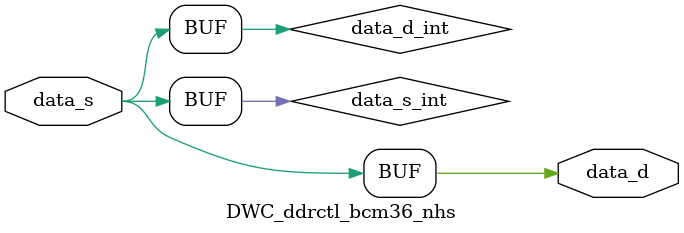
<source format=sv>


//
// Description : DWC_ddrctl_bcm36_nhs.v Verilog module for DWC_ddrctl
//
// DesignWare IP ID: eca1d312
//
////////////////////////////////////////////////////////////////////////////////



module DWC_ddrctl_bcm36_nhs (
`ifndef SYNTHESIS
    clk_d,
    rst_d_n,
`endif
    data_s,
    data_d
    );

// spyglass disable_block W146
// SMD: Explicit named association is recommended in instance references
// SJ: Current release uses ordered list for parameters, the design is checked and verified without errors

parameter integer WIDTH        = 1;  // RANGE 1 to 1024
// spyglass disable_block W175
// SMD: A parameter is declared but not used
// SJ: The following parameter(s) are not used in certain GCCM or GSCM configurations.
parameter integer DATA_DELAY   = 0;  // RANGE 0 to 3
// spyglass enable_block W175
// spyglass disable_block W175
// SMD: A parameter is declared but not used
// SJ: The following parameter(s) are not used in certain GCCM or GSCM configurations.
parameter integer SVA_TYPE     = 1;
// spyglass enable_block W175

`ifndef SYNTHESIS
`ifdef DW_MODEL_MISSAMPLES
localparam VERIF_EN_LCL = ((DATA_DELAY == 0) ? 0 : (DATA_DELAY == 1) ? 4 : (DATA_DELAY == 2) ? 1 : 2);
`endif
`endif

`ifdef DW_MODEL_MISSAMPLES
`ifndef SYNTHESIS
`ifdef DWC_BCM_MSG_VERBOSITY
  localparam BCM_MSG_VERBOSITY = `DWC_BCM_MSG_VERBOSITY;
`else
  localparam BCM_MSG_VERBOSITY_DEF = 32'hfffffff1;


  localparam BCM_MSG_VERBOSITY = BCM_MSG_VERBOSITY_DEF;
`endif
`endif
`endif


`ifndef SYNTHESIS
input                   clk_d;      // clock input from destination domain
input                   rst_d_n;    // active low asynchronous reset from destination domain
`endif
input  [WIDTH-1:0]      data_s;     // data to be synchronized from source domain
output [WIDTH-1:0]      data_d;     // data synchronized to destination domain

wire   [WIDTH-1:0]      data_s_int;
wire   [WIDTH-1:0]      data_d_int;

`ifndef SYNTHESIS
  `ifdef DW_MODEL_MISSAMPLES
wire                    clk_d_stopped;
  `endif
`endif



`ifdef SYNTHESIS
  assign data_s_int = data_s;
`else
  `ifdef DW_MODEL_MISSAMPLES
  initial begin
  if (BCM_MSG_VERBOSITY[0] == 1'b1)
    $display("Information: %m: *** Running with DW_MODEL_MISSAMPLES defined, VERIF_EN_LCL is: %0d ***",
                        VERIF_EN_LCL);
  end

     wire disable_missample;
  assign disable_missample = clk_d_stopped;

reg  [WIDTH-1:0]        last_data_dyn, data_s_delta_t;
reg  [WIDTH-1:0]        last_data_s, last_data_s_q, last_data_s_qq;
reg  [WIDTH-1:0]        data_select; initial data_select = {WIDTH{1'b0}};
wire [WIDTH-1:0]        data_s_sel_tmp;




  generate if ((VERIF_EN_LCL % 2) == 1) begin : GEN_HO_VE_ODD
      always @ (posedge clk_d or data_s or rst_d_n) begin : PROC_catch_last_data_VE_EVEN
        data_s_delta_t <= data_s & {WIDTH{rst_d_n}};
        last_data_dyn <= ((disable_missample==1'b1) ? data_s : data_s_delta_t) & {WIDTH{rst_d_n}};
      end // PROC_catch_last_data

      always @ (posedge clk_d or negedge rst_d_n) begin : PROC_missample_hist_odd_VE_EVEN
        if (rst_d_n == 1'b0) begin
          last_data_s <= {WIDTH{1'b0}};
          last_data_s_qq <= {WIDTH{1'b0}};
        end else begin
          last_data_s <= data_s;
          if (disable_missample == 1'b1)
            last_data_s_qq <= data_s;
          else
            last_data_s_qq <= last_data_s_q;
        end
      end
  end else begin : GEN_HO_VE_EVEN
      always @ (negedge clk_d or data_s or rst_d_n) begin : PROC_catch_last_data_VE_ODD
        data_s_delta_t <= data_s & {WIDTH{rst_d_n}};
        last_data_dyn <= ((disable_missample==1'b1) ? data_s : data_s_delta_t) & {WIDTH{rst_d_n}};
      end // PROC_catch_last_data

      always @ (negedge clk_d or negedge rst_d_n) begin : PROC_missample_hist_odd_VE_ODD
        if (rst_d_n == 1'b0) begin
          last_data_s <= {WIDTH{1'b0}};
          last_data_s_qq <= {WIDTH{1'b0}};
        end else begin
          last_data_s <= data_s;
          if (disable_missample == 1'b1)
            last_data_s_qq <= data_s;
          else
            last_data_s_qq <= last_data_s_q;
        end
      end
  end endgenerate

    always @ (posedge clk_d or negedge rst_d_n) begin : PROC_missample_hist_even
      if (rst_d_n == 1'b0) begin
        last_data_s_q <= {WIDTH{1'b0}};
      end else begin
        if (disable_missample == 1'b1)
          last_data_s_q <= data_s;
        else
          last_data_s_q <= last_data_s;
      end
    end // PROC_missample_hist_even


  generate if (VERIF_EN_LCL == 0) begin : GEN_DSI_VE_EQ_0

    assign data_s_int = data_s;

  end else if ((VERIF_EN_LCL == 2) || (VERIF_EN_LCL == 3)) begin : GEN_DSI_VE_EQ_2_OR_3

    reg  [WIDTH-1:0] data_select_2; initial data_select_2 = {WIDTH{1'b0}};
    wire [WIDTH-1:0] data_s_sel_0, data_s_sel_1;
    if (WIDTH < 32) begin : GEN_D_SEL_W_LT_32
      reg [31-WIDTH:0] data_select_lint_ext;
      reg [31-WIDTH:0] data_select_2_lint_ext;
      always @ (data_s or last_data_s) begin : PROC_mk_next_data_select
        if (data_s != last_data_s) begin
  `ifdef DWC_BCM_SV
          {data_select_lint_ext,  data_select  } = $urandom;
          {data_select_2_lint_ext,data_select_2} = $urandom;
  `else
          {data_select_lint_ext,  data_select  } = $random;
          {data_select_2_lint_ext,data_select_2} = $random;
  `endif
        end
      end  // PROC_mk_next_data_select
    end else if (WIDTH == 32) begin : GEN_D_SEL_W_EQ_32
      always @ (data_s or last_data_s) begin : PROC_mk_next_data_select
        if (data_s != last_data_s) begin
  `ifdef DWC_BCM_SV
          data_select   = $urandom;
          data_select_2 = $urandom;
  `else
          data_select   = $random;
          data_select_2 = $random;
  `endif
        end
      end  // PROC_mk_next_data_select
    end else begin : GEN_D_SEL_W_GT_32
  function automatic [WIDTH-1:0] wide_random;
    input [31:0]        in_width;   // should match "WIDTH" parameter -- need one input to satisfy Verilog function requirement

    reg   [WIDTH-1:0]   temp_result;
    reg   [31:0]        rand_slice;
    integer             i, j, base;


    begin
`ifdef DWC_BCM_SV
      temp_result = $urandom;
`else
      temp_result = $random;
`endif
      if (((WIDTH / 32) + 1) > 1) begin
        for (i=1 ; i < ((WIDTH / 32) + 1) ; i=i+1) begin
          base = i << 5;
`ifdef DWC_BCM_SV
          rand_slice = $urandom;
`else
          rand_slice = $random;
`endif
          for (j=0 ; ((j < 32) && (base+j < in_width)) ; j=j+1) begin
            temp_result[base+j] = rand_slice[j];
          end
        end
      end

      wide_random = temp_result;
    end
  endfunction  // wide_random

  initial begin : seed_random_PROC
    integer seed, init_rand;
    `ifdef DW_MISSAMPLE_SEED
      if (`DW_MISSAMPLE_SEED != 0)
        seed = `DW_MISSAMPLE_SEED;
      else
        seed = 32'h0badbeef;
    `else
      seed = 32'h0badbeef;
    `endif

`ifdef DWC_BCM_SV
    init_rand = $urandom(seed);
`else
    init_rand = $random(seed);
`endif
  end // seed_random_PROC

      always @ (data_s or last_data_s) begin : PROC_mk_next_data_select
        if (data_s != last_data_s) begin
          data_select = wide_random(WIDTH);
          data_select_2 = wide_random(WIDTH);
        end
      end  // PROC_mk_next_data_select
    end
    assign data_s_sel_tmp = (data_s & ~data_select) | (last_data_dyn & data_select);
    assign data_s_sel_0 = (disable_missample==1'b1) ? data_s : data_s_sel_tmp;
    assign data_s_sel_1 = (disable_missample==1'b1) ? data_s : ((last_data_s_q & ~data_select) | (last_data_s_qq & data_select));

    assign data_s_int = ((data_s_sel_0 & ~data_select_2) | (data_s_sel_1 & data_select_2));

  end else begin : GEN_DSI_VE_EQ_1_OR_4_OR_5

    if (WIDTH < 32) begin : GEN_D_SEL_W_LT_32
      reg  [31-WIDTH:0] data_select_lint_ext;
      always @ (data_s or last_data_s) begin : PROC_mk_next_data_select
        if (data_s != last_data_s)
  `ifdef DWC_BCM_SV
          {data_select_lint_ext,data_select} = $urandom;
  `else
          {data_select_lint_ext,data_select} = $random;
  `endif
      end  // PROC_mk_next_data_select
    end else if (WIDTH == 32) begin : GEN_D_SEL_W_EQ_32
      always @ (data_s or last_data_s) begin : PROC_mk_next_data_select
        if (data_s != last_data_s)
  `ifdef DWC_BCM_SV
          data_select = $urandom;
  `else
          data_select = $random;
  `endif
      end  // PROC_mk_next_data_select
    end else begin : GEN_D_SEL_W_GT_32
  function automatic [WIDTH-1:0] wide_random;
    input [31:0]        in_width;   // should match "WIDTH" parameter -- need one input to satisfy Verilog function requirement

    reg   [WIDTH-1:0]   temp_result;
    reg   [31:0]        rand_slice;
    integer             i, j, base;


    begin
`ifdef DWC_BCM_SV
      temp_result = $urandom;
`else
      temp_result = $random;
`endif
      if (((WIDTH / 32) + 1) > 1) begin
        for (i=1 ; i < ((WIDTH / 32) + 1) ; i=i+1) begin
          base = i << 5;
`ifdef DWC_BCM_SV
          rand_slice = $urandom;
`else
          rand_slice = $random;
`endif
          for (j=0 ; ((j < 32) && (base+j < in_width)) ; j=j+1) begin
            temp_result[base+j] = rand_slice[j];
          end
        end
      end

      wide_random = temp_result;
    end
  endfunction  // wide_random

  initial begin : seed_random_PROC
    integer seed, init_rand;
    `ifdef DW_MISSAMPLE_SEED
      if (`DW_MISSAMPLE_SEED != 0)
        seed = `DW_MISSAMPLE_SEED;
      else
        seed = 32'h0badbeef;
    `else
      seed = 32'h0badbeef;
    `endif

`ifdef DWC_BCM_SV
    init_rand = $urandom(seed);
`else
    init_rand = $random(seed);
`endif
  end // seed_random_PROC

      always @ (data_s or last_data_s) begin : PROC_mk_next_data_select
        if (data_s != last_data_s)
          data_select = wide_random(WIDTH);
      end  // PROC_mk_next_data_select
    end
    assign data_s_sel_tmp = (data_s & ~data_select) | (last_data_dyn & data_select);
    assign data_s_int = (disable_missample==1'b1) ? data_s : data_s_sel_tmp;

  end endgenerate


  `else
  assign data_s_int = data_s;
  `endif
`endif


// spyglass disable_block Ac_conv04
// SMD: Checks all the control-bus clock domain crossings which do not follow gray encoding
// SJ: The clock domain crossing bus is between the register file and the read-mux of a RAM, which do not need a gray encoding.
  assign data_d_int = data_s_int;

assign data_d = data_d_int;


// spyglass enable_block Ac_conv04

`ifndef SYNTHESIS

  `ifdef DW_MODEL_MISSAMPLES
  DWC_ddrctl_bvm02
   U_CLK_DET (
    .clk         (clk_d        ),
    .rst_n       (rst_d_n      ),
    .clk_stopped (clk_d_stopped),
    .clk_period  (             )
  );
  `endif

  `ifdef DWC_BCM_SNPS_ASSERT_ON
  localparam SVA_TYPE_BIT3 = SVA_TYPE&4'b1000;
  generate
  if (SVA_TYPE_BIT3 == 0) begin : GEN_SVATP_BIT3_EQ_0
  DWC_ddrctl_sva09 #(WIDTH) P_SYNC_NO_CHG (
    .clk_d         (clk_d        ),
    .rst_d_n       (rst_d_n      ),
    .data_s        (data_s       )
    );
  end
  endgenerate
  `endif
`endif

// spyglass enable_block W146
endmodule

</source>
